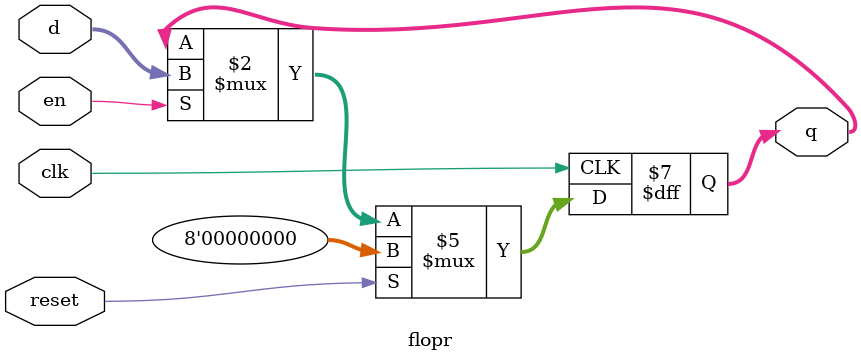
<source format=sv>

module flopr #(parameter WIDTH = 8) (
    input  logic             clk, reset, en,
    input  logic [WIDTH-1:0] d,
    output logic [WIDTH-1:0] q
    );

    always_ff @(posedge clk) begin
        if (reset) q <= '0;
        else if (en) q <= d;
    end
endmodule

</source>
